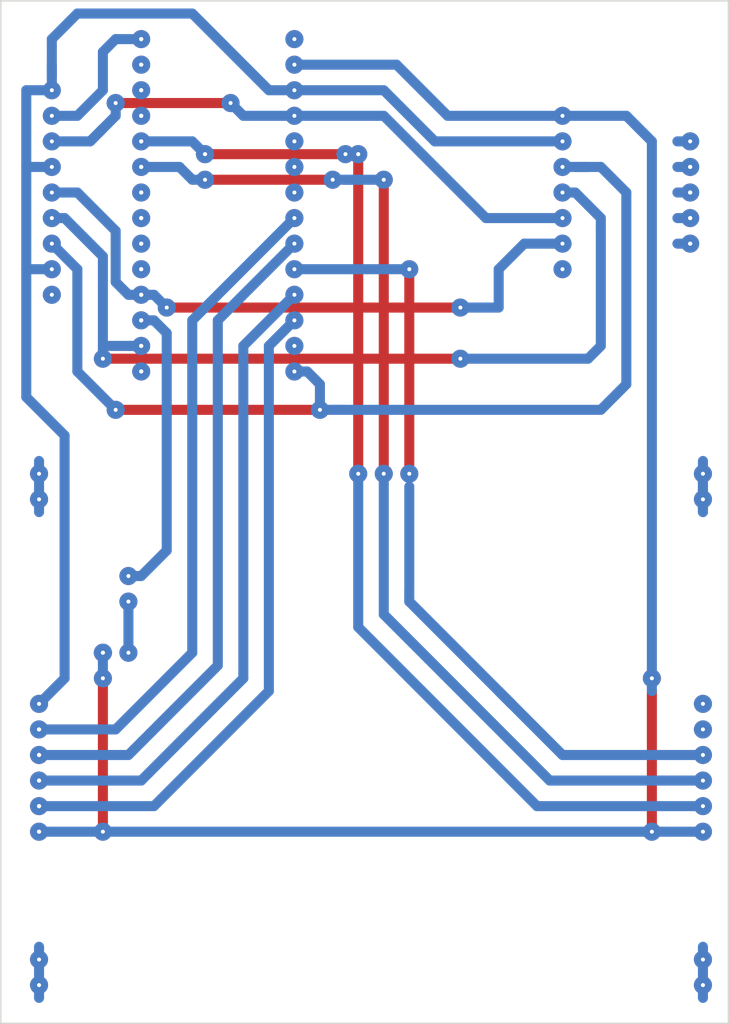
<source format=kicad_pcb>
(kicad_pcb (version 20171130) (host pcbnew "(5.0.1-3-g963ef8bb5)")

  (general
    (thickness 1.6)
    (drawings 4)
    (tracks 386)
    (zones 0)
    (modules 0)
    (nets 1)
  )

  (page A4)
  (layers
    (0 F.Cu signal)
    (31 B.Cu signal)
    (32 B.Adhes user)
    (33 F.Adhes user)
    (34 B.Paste user)
    (35 F.Paste user)
    (36 B.SilkS user)
    (37 F.SilkS user)
    (38 B.Mask user)
    (39 F.Mask user)
    (40 Dwgs.User user)
    (41 Cmts.User user)
    (42 Eco1.User user)
    (43 Eco2.User user)
    (44 Edge.Cuts user)
    (45 Margin user)
    (46 B.CrtYd user)
    (47 F.CrtYd user)
    (48 B.Fab user)
    (49 F.Fab user)
  )

  (setup
    (last_trace_width 1)
    (trace_clearance 0.2)
    (zone_clearance 0.508)
    (zone_45_only no)
    (trace_min 0.2)
    (segment_width 0.2)
    (edge_width 0.15)
    (via_size 1.8)
    (via_drill 0.4)
    (via_min_size 0.4)
    (via_min_drill 0.3)
    (uvia_size 0.3)
    (uvia_drill 0.1)
    (uvias_allowed no)
    (uvia_min_size 0.2)
    (uvia_min_drill 0.1)
    (pcb_text_width 0.3)
    (pcb_text_size 1.5 1.5)
    (mod_edge_width 0.15)
    (mod_text_size 1 1)
    (mod_text_width 0.15)
    (pad_size 1.524 1.524)
    (pad_drill 0.762)
    (pad_to_mask_clearance 0.051)
    (solder_mask_min_width 0.25)
    (aux_axis_origin 0 0)
    (visible_elements FFFFFF7F)
    (pcbplotparams
      (layerselection 0x010fc_ffffffff)
      (usegerberextensions false)
      (usegerberattributes false)
      (usegerberadvancedattributes false)
      (creategerberjobfile false)
      (excludeedgelayer true)
      (linewidth 0.150000)
      (plotframeref false)
      (viasonmask false)
      (mode 1)
      (useauxorigin false)
      (hpglpennumber 1)
      (hpglpenspeed 20)
      (hpglpendiameter 15.000000)
      (psnegative false)
      (psa4output false)
      (plotreference true)
      (plotvalue true)
      (plotinvisibletext false)
      (padsonsilk false)
      (subtractmaskfromsilk false)
      (outputformat 1)
      (mirror false)
      (drillshape 1)
      (scaleselection 1)
      (outputdirectory ""))
  )

  (net 0 "")

  (net_class Default "This is the default net class."
    (clearance 0.2)
    (trace_width 1)
    (via_dia 1.8)
    (via_drill 0.4)
    (uvia_dia 0.3)
    (uvia_drill 0.1)
  )

  (net_class neti ""
    (clearance 0.2)
    (trace_width 0.8)
    (via_dia 3)
    (via_drill 0.4)
    (uvia_dia 0.3)
    (uvia_drill 0.1)
  )

  (gr_line (start 45.72 12.7) (end 118.11 12.7) (layer Edge.Cuts) (width 0.15))
  (gr_line (start 45.72 114.3) (end 118.11 114.3) (layer Edge.Cuts) (width 0.15))
  (gr_line (start 118.11 12.7) (end 118.11 114.3) (layer Edge.Cuts) (width 0.15))
  (gr_line (start 45.72 114.3) (end 45.72 12.7) (layer Edge.Cuts) (width 0.15))

  (via (at 59.69 16.51) (size 0.8) (drill 0.4) (layers F.Cu B.Cu) (net 0))
  (via (at 59.69 19.05) (size 0.8) (drill 0.4) (layers F.Cu B.Cu) (net 0))
  (via (at 59.69 21.59) (size 0.8) (drill 0.4) (layers F.Cu B.Cu) (net 0))
  (via (at 59.69 24.13) (size 0.8) (drill 0.4) (layers F.Cu B.Cu) (net 0))
  (via (at 59.69 26.67) (size 0.8) (drill 0.4) (layers F.Cu B.Cu) (net 0))
  (via (at 59.69 26.67) (size 0.8) (drill 0.4) (layers F.Cu B.Cu) (net 0) (tstamp 5C68311F))
  (via (at 59.69 26.67) (size 0.8) (drill 0.4) (layers F.Cu B.Cu) (net 0))
  (via (at 59.69 29.21) (size 0.8) (drill 0.4) (layers F.Cu B.Cu) (net 0))
  (via (at 59.69 31.75) (size 0.8) (drill 0.4) (layers F.Cu B.Cu) (net 0))
  (via (at 59.69 34.29) (size 0.8) (drill 0.4) (layers F.Cu B.Cu) (net 0))
  (via (at 59.69 36.83) (size 0.8) (drill 0.4) (layers F.Cu B.Cu) (net 0))
  (via (at 59.69 39.37) (size 0.8) (drill 0.4) (layers F.Cu B.Cu) (net 0))
  (via (at 59.69 41.91) (size 0.8) (drill 0.4) (layers F.Cu B.Cu) (net 0))
  (via (at 59.69 44.45) (size 0.8) (drill 0.4) (layers F.Cu B.Cu) (net 0))
  (via (at 59.69 46.99) (size 0.8) (drill 0.4) (layers F.Cu B.Cu) (net 0))
  (via (at 59.69 49.53) (size 0.8) (drill 0.4) (layers F.Cu B.Cu) (net 0))
  (via (at 114.3 29.21) (size 0.8) (drill 0.4) (layers F.Cu B.Cu) (net 0))
  (via (at 114.3 31.75) (size 0.8) (drill 0.4) (layers F.Cu B.Cu) (net 0))
  (via (at 114.3 34.29) (size 0.8) (drill 0.4) (layers F.Cu B.Cu) (net 0))
  (via (at 114.3 36.83) (size 0.8) (drill 0.4) (layers F.Cu B.Cu) (net 0))
  (via (at 49.53 85.09) (size 0.8) (drill 0.4) (layers F.Cu B.Cu) (net 0))
  (via (at 49.53 87.63) (size 0.8) (drill 0.4) (layers F.Cu B.Cu) (net 0))
  (via (at 49.53 90.17) (size 0.8) (drill 0.4) (layers F.Cu B.Cu) (net 0))
  (via (at 49.53 92.71) (size 0.8) (drill 0.4) (layers F.Cu B.Cu) (net 0))
  (via (at 49.53 95.25) (size 0.8) (drill 0.4) (layers F.Cu B.Cu) (net 0))
  (via (at 49.53 87.63) (size 0.8) (drill 0.4) (layers F.Cu B.Cu) (net 0) (tstamp 5C6836AE))
  (via (at 49.53 87.63) (size 0.8) (drill 0.4) (layers F.Cu B.Cu) (net 0))
  (via (at 59.69 49.53) (size 0.8) (drill 0.4) (layers F.Cu B.Cu) (net 0) (tstamp 5C6837BC))
  (via (at 59.69 49.53) (size 1.2) (drill 0.4) (layers F.Cu B.Cu) (net 0))
  (via (at 59.69 16.51) (size 0.8) (drill 0.4) (layers F.Cu B.Cu) (net 0) (tstamp 5C6837BF))
  (via (at 59.69 16.51) (size 1.2) (drill 0.4) (layers F.Cu B.Cu) (net 0))
  (via (at 59.69 19.05) (size 0.8) (drill 0.4) (layers F.Cu B.Cu) (net 0) (tstamp 5C6837C1))
  (via (at 59.69 19.05) (size 1.2) (drill 0.4) (layers F.Cu B.Cu) (net 0))
  (via (at 59.69 21.59) (size 0.8) (drill 0.4) (layers F.Cu B.Cu) (net 0) (tstamp 5C6837C3))
  (via (at 59.69 21.59) (size 1.2) (drill 0.4) (layers F.Cu B.Cu) (net 0))
  (via (at 59.69 24.13) (size 0.8) (drill 0.4) (layers F.Cu B.Cu) (net 0) (tstamp 5C6837C5))
  (via (at 59.69 24.13) (size 1.2) (drill 0.4) (layers F.Cu B.Cu) (net 0))
  (via (at 59.69 26.67) (size 0.8) (drill 0.4) (layers F.Cu B.Cu) (net 0) (tstamp 5C6837C7))
  (via (at 59.69 26.67) (size 1.2) (drill 0.4) (layers F.Cu B.Cu) (net 0))
  (via (at 59.69 29.21) (size 0.8) (drill 0.4) (layers F.Cu B.Cu) (net 0) (tstamp 5C6837C9))
  (via (at 59.69 29.21) (size 1.2) (drill 0.4) (layers F.Cu B.Cu) (net 0))
  (via (at 59.69 31.75) (size 0.8) (drill 0.4) (layers F.Cu B.Cu) (net 0) (tstamp 5C6837CB))
  (via (at 59.69 31.75) (size 1.2) (drill 0.4) (layers F.Cu B.Cu) (net 0))
  (via (at 59.69 34.29) (size 0.8) (drill 0.4) (layers F.Cu B.Cu) (net 0) (tstamp 5C6837CD))
  (via (at 59.69 34.29) (size 1.2) (drill 0.4) (layers F.Cu B.Cu) (net 0))
  (via (at 59.69 36.83) (size 0.8) (drill 0.4) (layers F.Cu B.Cu) (net 0) (tstamp 5C6837CF))
  (via (at 59.69 36.83) (size 1.2) (drill 0.4) (layers F.Cu B.Cu) (net 0))
  (via (at 59.69 39.37) (size 0.8) (drill 0.4) (layers F.Cu B.Cu) (net 0) (tstamp 5C6837D1))
  (via (at 59.69 39.37) (size 1.2) (drill 0.4) (layers F.Cu B.Cu) (net 0))
  (via (at 59.69 41.91) (size 0.8) (drill 0.4) (layers F.Cu B.Cu) (net 0) (tstamp 5C6837D3))
  (via (at 59.69 41.91) (size 1.2) (drill 0.4) (layers F.Cu B.Cu) (net 0))
  (via (at 59.69 44.45) (size 0.8) (drill 0.4) (layers F.Cu B.Cu) (net 0) (tstamp 5C6837D5))
  (via (at 59.69 44.45) (size 1.2) (drill 0.4) (layers F.Cu B.Cu) (net 0))
  (via (at 59.69 46.99) (size 0.8) (drill 0.4) (layers F.Cu B.Cu) (net 0) (tstamp 5C6837D7))
  (via (at 59.69 46.99) (size 1.2) (drill 0.4) (layers F.Cu B.Cu) (net 0))
  (via (at 59.69 49.53) (size 0.8) (drill 0.4) (layers F.Cu B.Cu) (net 0) (tstamp 5C6837D9))
  (via (at 59.69 49.53) (size 1.2) (drill 0.4) (layers F.Cu B.Cu) (net 0))
  (via (at 59.69 49.53) (size 0.8) (drill 0.4) (layers F.Cu B.Cu) (net 0) (tstamp 5C6837F5))
  (via (at 59.69 49.53) (size 1.5) (drill 0.4) (layers F.Cu B.Cu) (net 0))
  (via (at 59.69 49.53) (size 0.8) (drill 0.4) (layers F.Cu B.Cu) (net 0) (tstamp 5C6837F7))
  (via (at 59.69 49.53) (size 1.5) (drill 0.4) (layers F.Cu B.Cu) (net 0))
  (via (at 59.69 46.99) (size 0.8) (drill 0.4) (layers F.Cu B.Cu) (net 0) (tstamp 5C6837F9))
  (via (at 59.69 46.99) (size 1.5) (drill 0.4) (layers F.Cu B.Cu) (net 0))
  (via (at 59.69 44.45) (size 0.8) (drill 0.4) (layers F.Cu B.Cu) (net 0) (tstamp 5C6837FB))
  (via (at 59.69 44.45) (size 1.5) (drill 0.4) (layers F.Cu B.Cu) (net 0))
  (via (at 59.69 41.91) (size 0.8) (drill 0.4) (layers F.Cu B.Cu) (net 0) (tstamp 5C6837FD))
  (via (at 59.69 41.91) (size 1.5) (drill 0.4) (layers F.Cu B.Cu) (net 0))
  (via (at 59.69 39.37) (size 0.8) (drill 0.4) (layers F.Cu B.Cu) (net 0) (tstamp 5C6837FF))
  (via (at 59.69 39.37) (size 1.5) (drill 0.4) (layers F.Cu B.Cu) (net 0))
  (via (at 59.69 36.83) (size 0.8) (drill 0.4) (layers F.Cu B.Cu) (net 0) (tstamp 5C683801))
  (via (at 59.69 36.83) (size 1.5) (drill 0.4) (layers F.Cu B.Cu) (net 0))
  (via (at 59.69 34.29) (size 0.8) (drill 0.4) (layers F.Cu B.Cu) (net 0) (tstamp 5C683803))
  (via (at 59.69 34.29) (size 1.5) (drill 0.4) (layers F.Cu B.Cu) (net 0))
  (via (at 59.69 31.75) (size 0.8) (drill 0.4) (layers F.Cu B.Cu) (net 0) (tstamp 5C683805))
  (via (at 59.69 31.75) (size 1.5) (drill 0.4) (layers F.Cu B.Cu) (net 0))
  (via (at 59.69 29.21) (size 0.8) (drill 0.4) (layers F.Cu B.Cu) (net 0) (tstamp 5C683807))
  (via (at 59.69 29.21) (size 1.5) (drill 0.4) (layers F.Cu B.Cu) (net 0))
  (via (at 59.69 26.67) (size 0.8) (drill 0.4) (layers F.Cu B.Cu) (net 0) (tstamp 5C683809))
  (via (at 59.69 26.67) (size 1.5) (drill 0.4) (layers F.Cu B.Cu) (net 0))
  (via (at 59.69 24.13) (size 0.8) (drill 0.4) (layers F.Cu B.Cu) (net 0) (tstamp 5C68380B))
  (via (at 59.69 24.13) (size 1.5) (drill 0.4) (layers F.Cu B.Cu) (net 0))
  (via (at 59.69 21.59) (size 0.8) (drill 0.4) (layers F.Cu B.Cu) (net 0) (tstamp 5C68380D))
  (via (at 59.69 21.59) (size 1.5) (drill 0.4) (layers F.Cu B.Cu) (net 0))
  (via (at 59.69 19.05) (size 0.8) (drill 0.4) (layers F.Cu B.Cu) (net 0) (tstamp 5C68380F))
  (via (at 59.69 19.05) (size 1.5) (drill 0.4) (layers F.Cu B.Cu) (net 0))
  (via (at 59.69 16.51) (size 0.8) (drill 0.4) (layers F.Cu B.Cu) (net 0) (tstamp 5C683811))
  (via (at 59.69 16.51) (size 1.5) (drill 0.4) (layers F.Cu B.Cu) (net 0))
  (via (at 114.3 29.21) (size 0.8) (drill 0.4) (layers F.Cu B.Cu) (net 0) (tstamp 5C683869))
  (via (at 114.3 29.21) (size 1.5) (drill 0.4) (layers F.Cu B.Cu) (net 0))
  (via (at 114.3 31.75) (size 0.8) (drill 0.4) (layers F.Cu B.Cu) (net 0) (tstamp 5C68386B))
  (via (at 114.3 31.75) (size 1.5) (drill 0.4) (layers F.Cu B.Cu) (net 0))
  (via (at 114.3 34.29) (size 0.8) (drill 0.4) (layers F.Cu B.Cu) (net 0) (tstamp 5C68386D))
  (via (at 114.3 34.29) (size 1.5) (drill 0.4) (layers F.Cu B.Cu) (net 0))
  (via (at 114.3 36.83) (size 0.8) (drill 0.4) (layers F.Cu B.Cu) (net 0) (tstamp 5C68386F))
  (via (at 114.3 36.83) (size 1.5) (drill 0.4) (layers F.Cu B.Cu) (net 0))
  (via (at 49.53 85.09) (size 0.8) (drill 0.4) (layers F.Cu B.Cu) (net 0) (tstamp 5C683885))
  (via (at 49.53 87.63) (size 0.8) (drill 0.4) (layers F.Cu B.Cu) (net 0) (tstamp 5C683887))
  (via (at 49.53 87.63) (size 1.5) (drill 0.4) (layers F.Cu B.Cu) (net 0))
  (via (at 49.53 90.17) (size 0.8) (drill 0.4) (layers F.Cu B.Cu) (net 0) (tstamp 5C683889))
  (via (at 49.53 90.17) (size 1.5) (drill 0.4) (layers F.Cu B.Cu) (net 0))
  (via (at 49.53 92.71) (size 0.8) (drill 0.4) (layers F.Cu B.Cu) (net 0) (tstamp 5C68388B))
  (via (at 49.53 92.71) (size 1.5) (drill 0.4) (layers F.Cu B.Cu) (net 0))
  (via (at 49.53 95.25) (size 0.8) (drill 0.4) (layers F.Cu B.Cu) (net 0) (tstamp 5C68388D))
  (via (at 49.53 95.25) (size 1.5) (drill 0.4) (layers F.Cu B.Cu) (net 0))
  (via (at 49.53 85.09) (size 0.8) (drill 0.4) (layers F.Cu B.Cu) (net 0) (tstamp 5C6842EE))
  (via (at 49.53 85.09) (size 1.5) (drill 0.4) (layers F.Cu B.Cu) (net 0))
  (via (at 49.53 85.09) (size 0.8) (drill 0.4) (layers F.Cu B.Cu) (net 0) (tstamp 5C7B7558))
  (via (at 49.53 85.09) (size 1.8) (drill 0.4) (layers F.Cu B.Cu) (net 0))
  (via (at 49.53 87.63) (size 0.8) (drill 0.4) (layers F.Cu B.Cu) (net 0) (tstamp 5C7B755A))
  (via (at 49.53 87.63) (size 1.8) (drill 0.4) (layers F.Cu B.Cu) (net 0))
  (via (at 49.53 90.17) (size 0.8) (drill 0.4) (layers F.Cu B.Cu) (net 0) (tstamp 5C7B755C))
  (via (at 49.53 90.17) (size 1.8) (drill 0.4) (layers F.Cu B.Cu) (net 0))
  (via (at 49.53 92.71) (size 0.8) (drill 0.4) (layers F.Cu B.Cu) (net 0) (tstamp 5C7B755E))
  (via (at 49.53 92.71) (size 1.8) (drill 0.4) (layers F.Cu B.Cu) (net 0))
  (via (at 49.53 95.25) (size 0.8) (drill 0.4) (layers F.Cu B.Cu) (net 0) (tstamp 5C7B7560))
  (via (at 49.53 95.25) (size 1.8) (drill 0.4) (layers F.Cu B.Cu) (net 0))
  (via (at 114.3 29.21) (size 0.8) (drill 0.4) (layers F.Cu B.Cu) (net 0) (tstamp 5C7B7576))
  (via (at 114.3 29.21) (size 1.8) (drill 0.4) (layers F.Cu B.Cu) (net 0))
  (via (at 114.3 31.75) (size 0.8) (drill 0.4) (layers F.Cu B.Cu) (net 0) (tstamp 5C7B7578))
  (via (at 114.3 31.75) (size 1.8) (drill 0.4) (layers F.Cu B.Cu) (net 0))
  (via (at 114.3 34.29) (size 0.8) (drill 0.4) (layers F.Cu B.Cu) (net 0) (tstamp 5C7B757A))
  (via (at 114.3 34.29) (size 1.8) (drill 0.4) (layers F.Cu B.Cu) (net 0))
  (via (at 114.3 36.83) (size 0.8) (drill 0.4) (layers F.Cu B.Cu) (net 0) (tstamp 5C7B757C))
  (via (at 114.3 36.83) (size 1.8) (drill 0.4) (layers F.Cu B.Cu) (net 0))
  (via (at 59.69 16.51) (size 0.8) (drill 0.4) (layers F.Cu B.Cu) (net 0) (tstamp 5C7B759C))
  (via (at 59.69 16.51) (size 1.8) (drill 0.4) (layers F.Cu B.Cu) (net 0))
  (via (at 59.69 19.05) (size 0.8) (drill 0.4) (layers F.Cu B.Cu) (net 0) (tstamp 5C7B759E))
  (via (at 59.69 19.05) (size 1.8) (drill 0.4) (layers F.Cu B.Cu) (net 0))
  (via (at 59.69 21.59) (size 0.8) (drill 0.4) (layers F.Cu B.Cu) (net 0) (tstamp 5C7B75A0))
  (via (at 59.69 21.59) (size 1.8) (drill 0.4) (layers F.Cu B.Cu) (net 0))
  (via (at 59.69 24.13) (size 0.8) (drill 0.4) (layers F.Cu B.Cu) (net 0) (tstamp 5C7B75A2))
  (via (at 59.69 24.13) (size 1.8) (drill 0.4) (layers F.Cu B.Cu) (net 0))
  (via (at 59.69 26.67) (size 0.8) (drill 0.4) (layers F.Cu B.Cu) (net 0) (tstamp 5C7B75A4))
  (via (at 59.69 26.67) (size 1.8) (drill 0.4) (layers F.Cu B.Cu) (net 0))
  (via (at 59.69 29.21) (size 0.8) (drill 0.4) (layers F.Cu B.Cu) (net 0) (tstamp 5C7B75A6))
  (via (at 59.69 29.21) (size 1.8) (drill 0.4) (layers F.Cu B.Cu) (net 0))
  (via (at 59.69 31.75) (size 0.8) (drill 0.4) (layers F.Cu B.Cu) (net 0) (tstamp 5C7B75A8))
  (via (at 59.69 31.75) (size 1.8) (drill 0.4) (layers F.Cu B.Cu) (net 0))
  (via (at 59.69 34.29) (size 0.8) (drill 0.4) (layers F.Cu B.Cu) (net 0) (tstamp 5C7B75AA))
  (via (at 59.69 34.29) (size 1.8) (drill 0.4) (layers F.Cu B.Cu) (net 0))
  (via (at 59.69 36.83) (size 0.8) (drill 0.4) (layers F.Cu B.Cu) (net 0) (tstamp 5C7B75AC))
  (via (at 59.69 36.83) (size 1.8) (drill 0.4) (layers F.Cu B.Cu) (net 0))
  (via (at 59.69 39.37) (size 0.8) (drill 0.4) (layers F.Cu B.Cu) (net 0) (tstamp 5C7B75AE))
  (via (at 59.69 39.37) (size 1.8) (drill 0.4) (layers F.Cu B.Cu) (net 0))
  (via (at 59.69 41.91) (size 0.8) (drill 0.4) (layers F.Cu B.Cu) (net 0) (tstamp 5C7B75B0))
  (via (at 59.69 41.91) (size 1.8) (drill 0.4) (layers F.Cu B.Cu) (net 0))
  (via (at 59.69 44.45) (size 0.8) (drill 0.4) (layers F.Cu B.Cu) (net 0) (tstamp 5C7B75B2))
  (via (at 59.69 44.45) (size 1.8) (drill 0.4) (layers F.Cu B.Cu) (net 0))
  (via (at 59.69 46.99) (size 0.8) (drill 0.4) (layers F.Cu B.Cu) (net 0) (tstamp 5C7B75B4))
  (via (at 59.69 46.99) (size 1.8) (drill 0.4) (layers F.Cu B.Cu) (net 0))
  (via (at 59.69 49.53) (size 0.8) (drill 0.4) (layers F.Cu B.Cu) (net 0) (tstamp 5C7B75B6))
  (via (at 59.69 49.53) (size 1.8) (drill 0.4) (layers F.Cu B.Cu) (net 0))
  (via (at 115.57 95.25) (size 1.8) (drill 0.4) (layers F.Cu B.Cu) (net 0))
  (via (at 115.57 92.71) (size 1.8) (drill 0.4) (layers F.Cu B.Cu) (net 0))
  (via (at 115.57 90.17) (size 1.8) (drill 0.4) (layers F.Cu B.Cu) (net 0))
  (via (at 115.57 87.63) (size 1.8) (drill 0.4) (layers F.Cu B.Cu) (net 0))
  (via (at 115.57 85.09) (size 1.8) (drill 0.4) (layers F.Cu B.Cu) (net 0))
  (via (at 115.57 82.55) (size 1.8) (drill 0.4) (layers F.Cu B.Cu) (net 0))
  (via (at 101.6 26.67) (size 1.8) (drill 0.4) (layers F.Cu B.Cu) (net 0))
  (via (at 101.6 29.21) (size 1.8) (drill 0.4) (layers F.Cu B.Cu) (net 0))
  (via (at 101.6 31.75) (size 1.8) (drill 0.4) (layers F.Cu B.Cu) (net 0))
  (via (at 101.6 34.29) (size 1.8) (drill 0.4) (layers F.Cu B.Cu) (net 0))
  (via (at 101.6 36.83) (size 1.8) (drill 0.4) (layers F.Cu B.Cu) (net 0))
  (via (at 101.6 39.37) (size 1.8) (drill 0.4) (layers F.Cu B.Cu) (net 0))
  (via (at 101.6 24.13) (size 1.8) (drill 0.4) (layers F.Cu B.Cu) (net 0))
  (via (at 49.53 110.49) (size 1.8) (drill 0.4) (layers F.Cu B.Cu) (net 0))
  (via (at 115.57 110.49) (size 1.8) (drill 0.4) (layers F.Cu B.Cu) (net 0))
  (via (at 115.57 107.95) (size 1.8) (drill 0.4) (layers F.Cu B.Cu) (net 0))
  (via (at 49.53 107.95) (size 1.8) (drill 0.4) (layers F.Cu B.Cu) (net 0))
  (via (at 49.53 62.23) (size 1.8) (drill 0.4) (layers F.Cu B.Cu) (net 0))
  (via (at 49.53 59.69) (size 1.8) (drill 0.4) (layers F.Cu B.Cu) (net 0))
  (via (at 49.53 82.55) (size 1.8) (drill 0.4) (layers F.Cu B.Cu) (net 0))
  (via (at 115.57 59.69) (size 1.8) (drill 0.4) (layers F.Cu B.Cu) (net 0))
  (via (at 115.57 62.23) (size 1.8) (drill 0.4) (layers F.Cu B.Cu) (net 0))
  (via (at 50.8 31.75) (size 1.8) (drill 0.4) (layers F.Cu B.Cu) (net 0))
  (via (at 50.8 29.21) (size 1.8) (drill 0.4) (layers F.Cu B.Cu) (net 0))
  (via (at 50.8 34.29) (size 1.8) (drill 0.4) (layers F.Cu B.Cu) (net 0))
  (via (at 50.8 36.83) (size 1.8) (drill 0.4) (layers F.Cu B.Cu) (net 0))
  (via (at 50.8 26.67) (size 1.8) (drill 0.4) (layers F.Cu B.Cu) (net 0))
  (via (at 50.8 24.13) (size 1.8) (drill 0.4) (layers F.Cu B.Cu) (net 0))
  (via (at 50.8 39.37) (size 1.8) (drill 0.4) (layers F.Cu B.Cu) (net 0))
  (via (at 50.8 41.91) (size 1.8) (drill 0.4) (layers F.Cu B.Cu) (net 0))
  (via (at 50.8 21.59) (size 1.8) (drill 0.4) (layers F.Cu B.Cu) (net 0))
  (via (at 74.93 16.51) (size 1.8) (drill 0.4) (layers F.Cu B.Cu) (net 0))
  (via (at 74.93 19.05) (size 1.8) (drill 0.4) (layers F.Cu B.Cu) (net 0))
  (via (at 74.93 21.59) (size 1.8) (drill 0.4) (layers F.Cu B.Cu) (net 0))
  (via (at 74.93 24.13) (size 1.8) (drill 0.4) (layers F.Cu B.Cu) (net 0))
  (via (at 74.93 26.67) (size 1.8) (drill 0.4) (layers F.Cu B.Cu) (net 0))
  (via (at 74.93 29.21) (size 1.8) (drill 0.4) (layers F.Cu B.Cu) (net 0))
  (via (at 74.93 31.75) (size 1.8) (drill 0.4) (layers F.Cu B.Cu) (net 0))
  (via (at 74.93 34.29) (size 1.8) (drill 0.4) (layers F.Cu B.Cu) (net 0))
  (via (at 74.93 36.83) (size 1.8) (drill 0.4) (layers F.Cu B.Cu) (net 0))
  (via (at 74.93 39.37) (size 1.8) (drill 0.4) (layers F.Cu B.Cu) (net 0))
  (via (at 74.93 41.91) (size 1.8) (drill 0.4) (layers F.Cu B.Cu) (net 0))
  (via (at 74.93 44.45) (size 1.8) (drill 0.4) (layers F.Cu B.Cu) (net 0))
  (via (at 74.93 46.99) (size 1.8) (drill 0.4) (layers F.Cu B.Cu) (net 0))
  (via (at 74.93 49.53) (size 1.8) (drill 0.4) (layers F.Cu B.Cu) (net 0))
  (segment (start 74.93 21.59) (end 83.82 21.59) (width 1) (layer B.Cu) (net 0))
  (segment (start 88.9 26.67) (end 101.6 26.67) (width 1) (layer B.Cu) (net 0))
  (segment (start 83.82 21.59) (end 88.9 26.67) (width 1) (layer B.Cu) (net 0))
  (segment (start 74.93 19.05) (end 85.09 19.05) (width 1) (layer B.Cu) (net 0))
  (segment (start 85.09 19.05) (end 90.17 24.13) (width 1) (layer B.Cu) (net 0))
  (segment (start 90.17 24.13) (end 101.6 24.13) (width 1) (layer B.Cu) (net 0))
  (segment (start 50.8 16.51) (end 53.34 13.97) (width 1) (layer B.Cu) (net 0))
  (segment (start 53.34 13.97) (end 64.77 13.97) (width 1) (layer B.Cu) (net 0))
  (segment (start 64.77 13.97) (end 72.39 21.59) (width 1) (layer B.Cu) (net 0))
  (segment (start 72.39 21.59) (end 74.93 21.59) (width 1) (layer B.Cu) (net 0))
  (segment (start 50.8 21.59) (end 50.8 19.05) (width 1) (layer B.Cu) (net 0))
  (segment (start 50.8 19.05) (end 50.8 16.51) (width 1) (layer B.Cu) (net 0))
  (segment (start 50.8 20.32) (end 50.8 19.05) (width 1) (layer B.Cu) (net 0))
  (segment (start 57.15 16.51) (end 59.69 16.51) (width 1) (layer B.Cu) (net 0))
  (segment (start 55.88 17.78) (end 57.15 16.51) (width 1) (layer B.Cu) (net 0))
  (segment (start 55.88 21.59) (end 55.88 17.78) (width 1) (layer B.Cu) (net 0))
  (segment (start 53.34 24.13) (end 55.88 21.59) (width 1) (layer B.Cu) (net 0))
  (segment (start 50.8 24.13) (end 53.34 24.13) (width 1) (layer B.Cu) (net 0))
  (via (at 68.58 22.86) (size 1.8) (drill 0.4) (layers F.Cu B.Cu) (net 0))
  (via (at 57.15 22.86) (size 1.8) (drill 0.4) (layers F.Cu B.Cu) (net 0))
  (segment (start 50.8 26.67) (end 54.61 26.67) (width 1) (layer B.Cu) (net 0))
  (segment (start 74.93 24.13) (end 69.85 24.13) (width 1) (layer B.Cu) (net 0))
  (segment (start 54.61 26.67) (end 55.88 25.4) (width 1) (layer B.Cu) (net 0))
  (segment (start 50.8 21.59) (end 48.26 21.59) (width 1) (layer B.Cu) (net 0))
  (segment (start 48.26 21.59) (end 48.26 29.21) (width 1) (layer B.Cu) (net 0))
  (segment (start 48.26 29.21) (end 50.8 29.21) (width 1) (layer B.Cu) (net 0))
  (segment (start 48.26 29.21) (end 48.26 39.37) (width 1) (layer B.Cu) (net 0))
  (segment (start 48.26 39.37) (end 50.8 39.37) (width 1) (layer B.Cu) (net 0))
  (segment (start 57.15 53.34) (end 57.15 53.34) (width 1) (layer B.Cu) (net 0) (tstamp 5D87702D))
  (via (at 57.15 53.34) (size 1.8) (drill 0.4) (layers F.Cu B.Cu) (net 0))
  (segment (start 53.34 49.53) (end 57.15 53.34) (width 1) (layer B.Cu) (net 0))
  (segment (start 53.34 39.37) (end 53.34 49.53) (width 1) (layer B.Cu) (net 0))
  (segment (start 50.8 36.83) (end 53.34 39.37) (width 1) (layer B.Cu) (net 0))
  (segment (start 58.42 46.99) (end 59.69 46.99) (width 1) (layer B.Cu) (net 0))
  (segment (start 58.42 41.91) (end 59.69 41.91) (width 1) (layer B.Cu) (net 0))
  (segment (start 57.15 40.64) (end 58.42 41.91) (width 1) (layer B.Cu) (net 0))
  (segment (start 49.53 95.25) (end 55.88 95.25) (width 1) (layer B.Cu) (net 0))
  (segment (start 48.26 39.37) (end 48.26 52.07) (width 1) (layer B.Cu) (net 0))
  (segment (start 48.26 52.07) (end 52.07 55.88) (width 1) (layer B.Cu) (net 0))
  (segment (start 52.07 80.01) (end 49.53 82.55) (width 1) (layer B.Cu) (net 0))
  (segment (start 52.07 55.88) (end 52.07 80.01) (width 1) (layer B.Cu) (net 0))
  (segment (start 113.03 29.21) (end 114.3 29.21) (width 1) (layer B.Cu) (net 0))
  (segment (start 113.03 31.75) (end 114.3 31.75) (width 1) (layer B.Cu) (net 0))
  (segment (start 113.03 34.29) (end 114.3 34.29) (width 1) (layer B.Cu) (net 0))
  (segment (start 113.03 36.83) (end 114.3 36.83) (width 1) (layer B.Cu) (net 0))
  (segment (start 64.77 26.67) (end 66.04 27.94) (width 1) (layer B.Cu) (net 0))
  (segment (start 59.69 26.67) (end 64.77 26.67) (width 1) (layer B.Cu) (net 0))
  (segment (start 53.34 31.75) (end 57.15 35.56) (width 1) (layer B.Cu) (net 0))
  (segment (start 57.15 35.56) (end 57.15 40.64) (width 1) (layer B.Cu) (net 0))
  (segment (start 50.8 31.75) (end 53.34 31.75) (width 1) (layer B.Cu) (net 0))
  (segment (start 52.07 34.29) (end 55.88 38.1) (width 1) (layer B.Cu) (net 0))
  (segment (start 50.8 34.29) (end 52.07 34.29) (width 1) (layer B.Cu) (net 0))
  (segment (start 55.88 38.1) (end 55.88 44.45) (width 1) (layer B.Cu) (net 0))
  (segment (start 64.77 77.47) (end 57.15 85.09) (width 1) (layer B.Cu) (net 0))
  (segment (start 57.15 85.09) (end 49.53 85.09) (width 1) (layer B.Cu) (net 0))
  (segment (start 58.42 77.47) (end 58.42 77.47) (width 1) (layer B.Cu) (net 0) (tstamp 5D8774FA))
  (via (at 58.42 77.47) (size 1.8) (drill 0.4) (layers F.Cu B.Cu) (net 0))
  (segment (start 74.93 36.83) (end 67.31 44.45) (width 1) (layer B.Cu) (net 0))
  (segment (start 67.31 44.45) (end 67.31 78.74) (width 1) (layer B.Cu) (net 0))
  (segment (start 67.31 78.74) (end 58.42 87.63) (width 1) (layer B.Cu) (net 0))
  (segment (start 58.42 87.63) (end 49.53 87.63) (width 1) (layer B.Cu) (net 0))
  (segment (start 74.93 34.29) (end 64.77 44.45) (width 1) (layer B.Cu) (net 0))
  (segment (start 64.77 44.45) (end 64.77 77.47) (width 1) (layer B.Cu) (net 0))
  (segment (start 57.15 53.34) (end 77.47 53.34) (width 1) (layer F.Cu) (net 0))
  (segment (start 74.93 41.91) (end 69.85 46.99) (width 1) (layer B.Cu) (net 0))
  (segment (start 69.85 46.99) (end 69.85 80.01) (width 1) (layer B.Cu) (net 0))
  (segment (start 69.85 80.01) (end 59.69 90.17) (width 1) (layer B.Cu) (net 0))
  (segment (start 59.69 90.17) (end 49.53 90.17) (width 1) (layer B.Cu) (net 0))
  (via (at 77.47 53.34) (size 1.8) (drill 0.4) (layers F.Cu B.Cu) (net 0))
  (segment (start 115.57 59.69) (end 115.57 63.5) (width 1) (layer B.Cu) (net 0))
  (segment (start 115.57 63.5) (end 115.57 58.42) (width 1) (layer B.Cu) (net 0))
  (segment (start 49.53 58.42) (end 49.53 63.5) (width 1) (layer B.Cu) (net 0))
  (segment (start 115.57 106.68) (end 115.57 111.76) (width 1) (layer B.Cu) (net 0))
  (segment (start 49.53 106.68) (end 49.53 111.76) (width 1) (layer B.Cu) (net 0))
  (segment (start 101.6 87.63) (end 115.57 87.63) (width 1) (layer B.Cu) (net 0))
  (segment (start 60.96 92.71) (end 49.53 92.71) (width 1) (layer B.Cu) (net 0))
  (segment (start 72.39 81.28) (end 60.96 92.71) (width 1) (layer B.Cu) (net 0))
  (segment (start 72.39 46.99) (end 72.39 81.28) (width 1) (layer B.Cu) (net 0))
  (segment (start 74.93 44.45) (end 72.39 46.99) (width 1) (layer B.Cu) (net 0))
  (segment (start 66.04 27.94) (end 66.04 27.94) (width 1) (layer B.Cu) (net 0) (tstamp 5D877813))
  (via (at 66.04 27.94) (size 1.8) (drill 0.4) (layers F.Cu B.Cu) (net 0))
  (via (at 66.04 30.48) (size 1.8) (drill 0.4) (layers F.Cu B.Cu) (net 0))
  (segment (start 64.77 30.48) (end 66.04 30.48) (width 1) (layer B.Cu) (net 0))
  (segment (start 63.5 29.21) (end 64.77 30.48) (width 1) (layer B.Cu) (net 0))
  (segment (start 59.69 29.21) (end 63.5 29.21) (width 1) (layer B.Cu) (net 0))
  (segment (start 69.85 24.13) (end 68.58 22.86) (width 1) (layer B.Cu) (net 0))
  (segment (start 54.61 26.67) (end 57.15 24.13) (width 1) (layer B.Cu) (net 0))
  (segment (start 57.15 24.13) (end 57.15 22.86) (width 1) (layer B.Cu) (net 0))
  (segment (start 57.15 22.86) (end 68.58 22.86) (width 1) (layer F.Cu) (net 0))
  (segment (start 66.04 30.48) (end 78.74 30.48) (width 1) (layer F.Cu) (net 0))
  (segment (start 76.2 49.53) (end 77.47 50.8) (width 1) (layer B.Cu) (net 0))
  (segment (start 77.47 50.8) (end 77.47 53.34) (width 1) (layer B.Cu) (net 0))
  (via (at 78.74 30.48) (size 1.8) (drill 0.4) (layers F.Cu B.Cu) (net 0))
  (segment (start 81.28 30.48) (end 81.28 30.48) (width 1) (layer F.Cu) (net 0) (tstamp 5D877C04))
  (via (at 83.82 30.48) (size 1.8) (drill 0.4) (layers F.Cu B.Cu) (net 0))
  (via (at 80.01 27.94) (size 1.8) (drill 0.4) (layers F.Cu B.Cu) (net 0))
  (segment (start 66.04 27.94) (end 66.04 27.94) (width 1) (layer B.Cu) (net 0) (tstamp 5D877C27))
  (via (at 66.04 27.94) (size 1.8) (drill 0.4) (layers F.Cu B.Cu) (net 0))
  (segment (start 66.04 27.94) (end 80.01 27.94) (width 1) (layer F.Cu) (net 0))
  (segment (start 74.93 39.37) (end 86.36 39.37) (width 1) (layer B.Cu) (net 0))
  (segment (start 86.36 39.37) (end 86.36 39.37) (width 1) (layer B.Cu) (net 0) (tstamp 5D877CFE))
  (via (at 86.36 39.37) (size 1.8) (drill 0.4) (layers F.Cu B.Cu) (net 0))
  (segment (start 96.52 82.55) (end 101.6 87.63) (width 1) (layer B.Cu) (net 0))
  (segment (start 95.25 81.28) (end 96.52 82.55) (width 1) (layer B.Cu) (net 0))
  (segment (start 81.28 30.48) (end 81.28 59.69) (width 1) (layer F.Cu) (net 0))
  (segment (start 86.36 39.37) (end 86.36 59.69) (width 1) (layer F.Cu) (net 0))
  (segment (start 86.36 72.39) (end 86.36 71.12) (width 1) (layer B.Cu) (net 0))
  (segment (start 96.52 82.55) (end 86.36 72.39) (width 1) (layer B.Cu) (net 0))
  (via (at 81.28 59.69) (size 1.8) (drill 0.4) (layers F.Cu B.Cu) (net 0))
  (via (at 83.82 59.69) (size 1.8) (drill 0.4) (layers F.Cu B.Cu) (net 0))
  (via (at 86.36 59.69) (size 1.8) (drill 0.4) (layers F.Cu B.Cu) (net 0))
  (segment (start 86.36 60.96) (end 86.36 72.39) (width 1) (layer B.Cu) (net 0))
  (segment (start 100.33 90.17) (end 115.57 90.17) (width 1) (layer B.Cu) (net 0))
  (segment (start 83.82 73.66) (end 100.33 90.17) (width 1) (layer B.Cu) (net 0))
  (segment (start 83.82 59.69) (end 83.82 73.66) (width 1) (layer B.Cu) (net 0))
  (segment (start 99.06 92.71) (end 115.57 92.71) (width 1) (layer B.Cu) (net 0))
  (segment (start 81.28 74.93) (end 99.06 92.71) (width 1) (layer B.Cu) (net 0))
  (segment (start 81.28 59.69) (end 81.28 74.93) (width 1) (layer B.Cu) (net 0))
  (via (at 55.88 80.01) (size 1.8) (drill 0.4) (layers F.Cu B.Cu) (net 0))
  (segment (start 55.88 95.25) (end 110.49 95.25) (width 1) (layer B.Cu) (net 0) (tstamp 5D877ECA))
  (via (at 55.88 95.25) (size 1.8) (drill 0.4) (layers F.Cu B.Cu) (net 0))
  (via (at 55.88 77.47) (size 1.8) (drill 0.4) (layers F.Cu B.Cu) (net 0))
  (via (at 55.88 77.47) (size 1.8) (drill 0.4) (layers F.Cu B.Cu) (net 0) (tstamp 5D877EEF))
  (via (at 55.88 77.47) (size 1.8) (drill 0.4) (layers F.Cu B.Cu) (net 0))
  (segment (start 55.88 77.47) (end 55.88 80.01) (width 1) (layer B.Cu) (net 0))
  (segment (start 55.88 80.01) (end 55.88 95.25) (width 1) (layer F.Cu) (net 0))
  (via (at 62.23 43.18) (size 1.8) (drill 0.4) (layers F.Cu B.Cu) (net 0))
  (segment (start 60.96 44.45) (end 62.23 45.72) (width 1) (layer B.Cu) (net 0))
  (segment (start 59.69 44.45) (end 60.96 44.45) (width 1) (layer B.Cu) (net 0))
  (segment (start 60.96 41.91) (end 62.23 43.18) (width 1) (layer B.Cu) (net 0))
  (segment (start 59.69 41.91) (end 60.96 41.91) (width 1) (layer B.Cu) (net 0))
  (segment (start 58.42 41.91) (end 60.96 41.91) (width 1) (layer B.Cu) (net 0))
  (segment (start 91.44 43.18) (end 91.44 43.18) (width 1) (layer B.Cu) (net 0) (tstamp 5D877F99))
  (via (at 91.44 43.18) (size 1.8) (drill 0.4) (layers F.Cu B.Cu) (net 0))
  (segment (start 62.23 43.18) (end 91.44 43.18) (width 1) (layer F.Cu) (net 0))
  (via (at 55.88 48.26) (size 1.8) (drill 0.4) (layers F.Cu B.Cu) (net 0))
  (segment (start 55.88 46.99) (end 59.69 46.99) (width 1) (layer B.Cu) (net 0))
  (segment (start 55.88 46.99) (end 55.88 44.45) (width 1) (layer B.Cu) (net 0))
  (segment (start 55.88 48.26) (end 55.88 46.99) (width 1) (layer B.Cu) (net 0))
  (segment (start 74.93 49.53) (end 76.2 49.53) (width 1) (layer B.Cu) (net 0))
  (segment (start 105.41 35.56) (end 105.41 46.99) (width 1) (layer B.Cu) (net 0))
  (segment (start 105.41 46.99) (end 104.14 48.26) (width 1) (layer B.Cu) (net 0))
  (segment (start 104.14 48.26) (end 91.44 48.26) (width 1) (layer B.Cu) (net 0))
  (segment (start 91.44 48.26) (end 91.44 48.26) (width 1) (layer B.Cu) (net 0) (tstamp 5D87804A))
  (via (at 91.44 48.26) (size 1.8) (drill 0.4) (layers F.Cu B.Cu) (net 0))
  (segment (start 55.88 48.26) (end 91.44 48.26) (width 1) (layer F.Cu) (net 0))
  (segment (start 101.6 31.75) (end 102.87 31.75) (width 1) (layer B.Cu) (net 0))
  (segment (start 102.87 31.75) (end 105.41 34.29) (width 1) (layer B.Cu) (net 0))
  (segment (start 105.41 34.29) (end 105.41 35.56) (width 1) (layer B.Cu) (net 0))
  (segment (start 93.98 34.29) (end 101.6 34.29) (width 1) (layer B.Cu) (net 0))
  (segment (start 83.82 24.13) (end 93.98 34.29) (width 1) (layer B.Cu) (net 0))
  (segment (start 74.93 24.13) (end 83.82 24.13) (width 1) (layer B.Cu) (net 0))
  (segment (start 95.25 43.18) (end 93.98 43.18) (width 1) (layer B.Cu) (net 0))
  (segment (start 93.98 43.18) (end 91.44 43.18) (width 1) (layer B.Cu) (net 0))
  (segment (start 101.6 36.83) (end 97.79 36.83) (width 1) (layer B.Cu) (net 0))
  (segment (start 95.25 39.37) (end 95.25 43.18) (width 1) (layer B.Cu) (net 0))
  (segment (start 97.79 36.83) (end 95.25 39.37) (width 1) (layer B.Cu) (net 0))
  (via (at 114.3 26.67) (size 1.8) (drill 0.4) (layers F.Cu B.Cu) (net 0))
  (segment (start 113.03 26.67) (end 114.3 26.67) (width 1) (layer B.Cu) (net 0))
  (via (at 58.42 72.39) (size 1.8) (drill 0.4) (layers F.Cu B.Cu) (net 0))
  (via (at 58.42 69.85) (size 1.8) (drill 0.4) (layers F.Cu B.Cu) (net 0))
  (segment (start 58.42 72.39) (end 58.42 77.47) (width 1) (layer B.Cu) (net 0))
  (segment (start 58.42 69.85) (end 59.69 69.85) (width 1) (layer B.Cu) (net 0))
  (segment (start 59.69 69.85) (end 62.23 67.31) (width 1) (layer B.Cu) (net 0))
  (segment (start 62.23 45.72) (end 62.23 67.31) (width 1) (layer B.Cu) (net 0))
  (segment (start 80.01 27.94) (end 81.28 27.94) (width 1) (layer B.Cu) (net 0))
  (segment (start 80.01 30.48) (end 83.82 30.48) (width 1) (layer B.Cu) (net 0))
  (segment (start 78.74 30.48) (end 80.01 30.48) (width 1) (layer B.Cu) (net 0))
  (segment (start 80.01 30.48) (end 81.28 30.48) (width 1) (layer B.Cu) (net 0))
  (via (at 81.28 27.94) (size 1.8) (drill 0.4) (layers F.Cu B.Cu) (net 0) (tstamp 5D878632))
  (via (at 81.28 27.94) (size 1.8) (drill 0.4) (layers F.Cu B.Cu) (net 0))
  (segment (start 81.28 30.48) (end 81.28 27.94) (width 1) (layer F.Cu) (net 0))
  (segment (start 83.82 30.48) (end 83.82 59.69) (width 1) (layer F.Cu) (net 0))
  (segment (start 110.49 95.25) (end 115.57 95.25) (width 1) (layer B.Cu) (net 0) (tstamp 5D8D0DC0))
  (via (at 110.49 95.25) (size 1.8) (drill 0.4) (layers F.Cu B.Cu) (net 0))
  (via (at 110.49 80.01) (size 1.8) (drill 0.4) (layers F.Cu B.Cu) (net 0))
  (segment (start 78.74 53.34) (end 105.41 53.34) (width 1) (layer B.Cu) (net 0))
  (segment (start 80.01 53.34) (end 78.74 53.34) (width 1) (layer B.Cu) (net 0))
  (segment (start 78.74 53.34) (end 77.47 53.34) (width 1) (layer B.Cu) (net 0))
  (segment (start 105.41 53.34) (end 107.95 50.8) (width 1) (layer B.Cu) (net 0))
  (segment (start 107.95 50.8) (end 107.95 31.75) (width 1) (layer B.Cu) (net 0))
  (segment (start 107.95 31.75) (end 105.41 29.21) (width 1) (layer B.Cu) (net 0))
  (segment (start 105.41 29.21) (end 102.87 29.21) (width 1) (layer B.Cu) (net 0))
  (segment (start 102.87 29.21) (end 104.14 29.21) (width 1) (layer B.Cu) (net 0))
  (segment (start 101.6 29.21) (end 102.87 29.21) (width 1) (layer B.Cu) (net 0))
  (segment (start 110.49 26.67) (end 107.95 24.13) (width 1) (layer B.Cu) (net 0))
  (segment (start 107.95 24.13) (end 101.6 24.13) (width 1) (layer B.Cu) (net 0))
  (segment (start 110.49 81.28) (end 110.49 26.67) (width 1) (layer B.Cu) (net 0))
  (segment (start 110.49 81.28) (end 110.49 95.25) (width 1) (layer F.Cu) (net 0))

)

</source>
